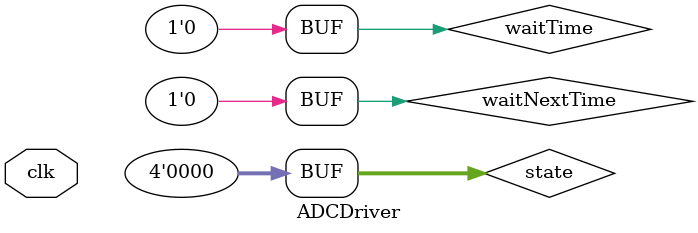
<source format=v>
`timescale 1ns / 1ps
module ADCDriver(input clk
    );
	 
	 // Driver for CS5528
	// Instantiate the module
		
		
		 parameter INIT=0;
		 parameter CSRS=1;
		 parameter SELFCAL=2; // 
		 parameter GAINSET=3; // set the gain for all channels
		 parameter AQCONV=4; // get data
		 parameter WAIT=15;
		 
		 reg waitTime; // cycles to wait
		 reg waitNextState; // next state for wait
		 reg [3:0] state;
		 
		 defparam sc1.Divider=4; // 100 Mhz * 5 accuracy
		 SubClock sc1(clk, SPICLK);
		 
		 initial begin
			state=0;
			waitTime=0;
			waitNextTime=0;
		 end
		 
		 always @(posedge spiclk) begin
			case(state)
				INIT: begin // initialize
						// send 0xFF 15 times through SPI
						
					end
				CSRS: begin // Channel setup registers
						
					end
				SELFCAL: begin // callibrate the ADC
						
					end
			endcase
		 end
endmodule

</source>
